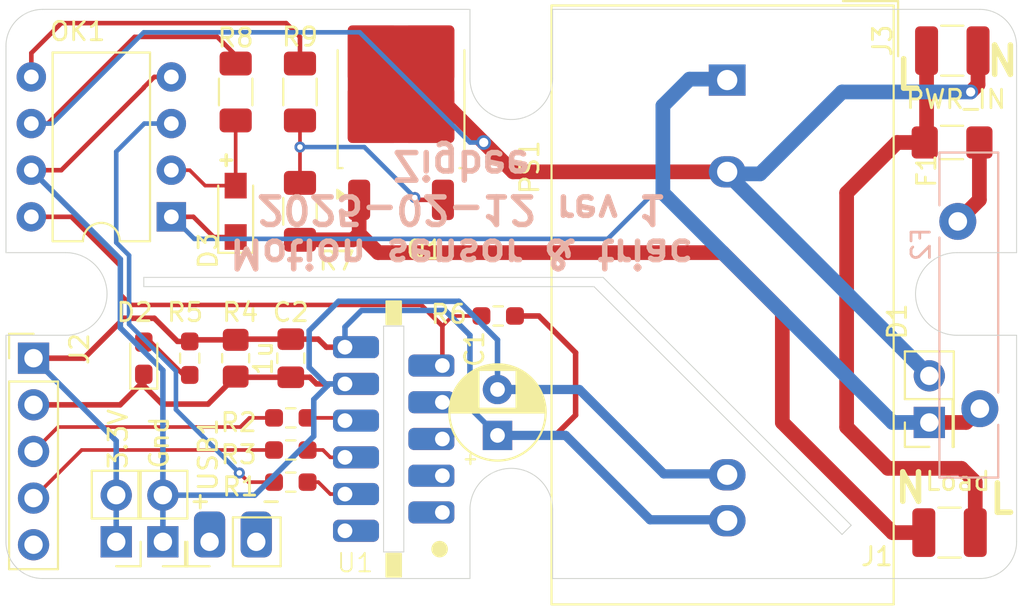
<source format=kicad_pcb>
(kicad_pcb (version 20240108) (generator "pcbnew") (generator_version "8.0")
  (layers (0 "F.Cu" signal) (31 "B.Cu" signal) (34 "B.Paste" user) (35 "F.Paste" user) (36 "B.SilkS" user "B.Silkscreen") (37 "F.SilkS" user "F.Silkscreen") (38 "B.Mask" user) (39 "F.Mask" user) (44 "Edge.Cuts" user))
  (net 0 "")
  (net 1 "/AC{slash}L")
  (net 2 "GND")
  (net 3 "+3.3V")
  (net 4 "/SENS_RX")
  (net 5 "/SENS_TX")
  (net 6 "/IO22")
  (net 7 "/TRIAC_ONOFF")
  (net 8 "/ZERO_XING")
  (net 9 "Net-(OK1-Pad5)")
  (net 10 "/AC{slash}N")
  (net 11 "/A1")
  (net 12 "Net-(D3-A)")
  (net 13 "Net-(OK1-Pad3)")
  (net 14 "/ACL_FUSED")
  (net 15 "/AC{slash}L_fuse")
  (net 16 "Net-(D2-A)")
  (net 18 "Net-(J2-Pin_4)")
  (net 19 "Net-(J2-Pin_3)")
  (net 20 "Net-(Q1-G)")
  (footprint "Capacitor_THT:CP_Radial_D5.0mm_P2.50mm" (layer "F.Cu") (at 76.75 63.205113 90)
    (property "Reference" "C1" (at 4.705113 -1.25 90) (layer "F.SilkS"))
    (property "Value" "10u")
    (pad "1" thru_hole rect (at 0 0 90) (size 1.6 1.6) (drill 0.8) (layers "*.Cu" "*.Mask" "In1.Cu" "In2.Cu" "In3.Cu" "In4.Cu" "In5.Cu" "In6.Cu" "In7.Cu" "In8.Cu" "In9.Cu" "In10.Cu" "In11.Cu" "In12.Cu" "In13.Cu" "In14.Cu" "In15.Cu" "In16.Cu" "In17.Cu" "In18.Cu" "In19.Cu" "In20.Cu" "In21.Cu" "In22.Cu" "In23.Cu" "In24.Cu" "In25.Cu" "In26.Cu" "In27.Cu" "In28.Cu" "In29.Cu" "In30.Cu") (net 3 "+3.3V"))
    (pad "2" thru_hole circle (at 2.5 0 90) (size 1.6 1.6) (drill 0.8) (layers "*.Cu" "*.Mask" "In1.Cu" "In2.Cu" "In3.Cu" "In4.Cu" "In5.Cu" "In6.Cu" "In7.Cu" "In8.Cu" "In9.Cu" "In10.Cu" "In11.Cu" "In12.Cu" "In13.Cu" "In14.Cu" "In15.Cu" "In16.Cu" "In17.Cu" "In18.Cu" "In19.Cu" "In20.Cu" "In21.Cu" "In22.Cu" "In23.Cu" "In24.Cu" "In25.Cu" "In26.Cu" "In27.Cu" "In28.Cu" "In29.Cu" "In30.Cu") (net 2 "GND"))
  )
  (footprint "Resistor_SMD:R_0805_2012Metric_Pad1.20x1.40mm_HandSolder" (layer "F.Cu") (at 62.5 59 -90)
    (property "Reference" "R4" (at -2.5 -0.25 180) (layer "F.SilkS"))
    (property "Value" "50")
    (pad "1" smd roundrect (at -1 0 270) (size 1.2 1.4) (layers "F.Cu" "F.Paste" "F.Mask") (roundrect_rratio 0.208333) (net 3 "+3.3V"))
    (pad "2" smd roundrect (at 1 0 270) (size 1.2 1.4) (layers "F.Cu" "F.Paste" "F.Mask") (roundrect_rratio 0.208333) (net 2 "GND"))
  )
  (footprint "Connector_PinHeader_2.54mm:PinHeader_1x05_P2.54mm_Vertical" (layer "F.Cu") (at 51.5 59)
    (property "Reference" "J2" (at 2.5 -0.5 90) (layer "F.SilkS"))
    (property "Value" "Motion Sensor")
    (pad "1" thru_hole rect (at 0 0) (size 1.7 1.7) (drill 1) (layers "*.Cu" "*.Mask" "In1.Cu" "In2.Cu" "In3.Cu" "In4.Cu" "In5.Cu" "In6.Cu" "In7.Cu" "In8.Cu" "In9.Cu" "In10.Cu" "In11.Cu" "In12.Cu" "In13.Cu" "In14.Cu" "In15.Cu" "In16.Cu" "In17.Cu" "In18.Cu" "In19.Cu" "In20.Cu" "In21.Cu" "In22.Cu" "In23.Cu" "In24.Cu" "In25.Cu" "In26.Cu" "In27.Cu" "In28.Cu" "In29.Cu" "In30.Cu") (net 3 "+3.3V"))
    (pad "2" thru_hole oval (at 0 2.54) (size 1.7 1.7) (drill 1) (layers "*.Cu" "*.Mask" "In1.Cu" "In2.Cu" "In3.Cu" "In4.Cu" "In5.Cu" "In6.Cu" "In7.Cu" "In8.Cu" "In9.Cu" "In10.Cu" "In11.Cu" "In12.Cu" "In13.Cu" "In14.Cu" "In15.Cu" "In16.Cu" "In17.Cu" "In18.Cu" "In19.Cu" "In20.Cu" "In21.Cu" "In22.Cu" "In23.Cu" "In24.Cu" "In25.Cu" "In26.Cu" "In27.Cu" "In28.Cu" "In29.Cu" "In30.Cu") (net 2 "GND"))
    (pad "3" thru_hole oval (at 0 5.08) (size 1.7 1.7) (drill 1) (layers "*.Cu" "*.Mask" "In1.Cu" "In2.Cu" "In3.Cu" "In4.Cu" "In5.Cu" "In6.Cu" "In7.Cu" "In8.Cu" "In9.Cu" "In10.Cu" "In11.Cu" "In12.Cu" "In13.Cu" "In14.Cu" "In15.Cu" "In16.Cu" "In17.Cu" "In18.Cu" "In19.Cu" "In20.Cu" "In21.Cu" "In22.Cu" "In23.Cu" "In24.Cu" "In25.Cu" "In26.Cu" "In27.Cu" "In28.Cu" "In29.Cu" "In30.Cu") (net 19 "Net-(J2-Pin_3)"))
    (pad "4" thru_hole oval (at 0 7.62) (size 1.7 1.7) (drill 1) (layers "*.Cu" "*.Mask" "In1.Cu" "In2.Cu" "In3.Cu" "In4.Cu" "In5.Cu" "In6.Cu" "In7.Cu" "In8.Cu" "In9.Cu" "In10.Cu" "In11.Cu" "In12.Cu" "In13.Cu" "In14.Cu" "In15.Cu" "In16.Cu" "In17.Cu" "In18.Cu" "In19.Cu" "In20.Cu" "In21.Cu" "In22.Cu" "In23.Cu" "In24.Cu" "In25.Cu" "In26.Cu" "In27.Cu" "In28.Cu" "In29.Cu" "In30.Cu") (net 18 "Net-(J2-Pin_4)"))
    (pad "5" thru_hole oval (at 0 10.16) (size 1.7 1.7) (drill 1) (layers "*.Cu" "*.Mask" "In1.Cu" "In2.Cu" "In3.Cu" "In4.Cu" "In5.Cu" "In6.Cu" "In7.Cu" "In8.Cu" "In9.Cu" "In10.Cu" "In11.Cu" "In12.Cu" "In13.Cu" "In14.Cu" "In15.Cu" "In16.Cu" "In17.Cu" "In18.Cu" "In19.Cu" "In20.Cu" "In21.Cu" "In22.Cu" "In23.Cu" "In24.Cu" "In25.Cu" "In26.Cu" "In27.Cu" "In28.Cu" "In29.Cu" "In30.Cu"))
  )
  (footprint "Resistor_SMD:R_0603_1608Metric_Pad0.98x0.95mm_HandSolder" (layer "F.Cu") (at 76.7875 56.7)
    (property "Reference" "R6" (at -2.6875 -0.1 0) (layer "F.SilkS"))
    (property "Value" "3.3K")
    (pad "1" smd roundrect (at -0.9125 0) (size 0.975 0.95) (layers "F.Cu" "F.Paste" "F.Mask") (net 8 "/ZERO_XING"))
    (pad "2" smd roundrect (at 0.9125 0) (size 0.975 0.95) (layers "F.Cu" "F.Paste" "F.Mask") (net 3 "+3.3V"))
  )
  (footprint "Converter_ACDC:Converter_ACDC_Hi-Link_HLK-2Mxx" (layer "F.Cu") (at 89.25 43.85 -90)
    (property "Reference" "PS1" (at 4.75 10.75 90) (layer "F.SilkS"))
    (property "Value" "HLK-2M03")
    (pad "1" thru_hole rect (at 0 0 270) (size 1.7 2) (drill 1.1) (layers "*.Cu" "*.Mask" "In1.Cu" "In2.Cu" "In3.Cu" "In4.Cu" "In5.Cu" "In6.Cu" "In7.Cu" "In8.Cu" "In9.Cu" "In10.Cu" "In11.Cu" "In12.Cu" "In13.Cu" "In14.Cu" "In15.Cu" "In16.Cu" "In17.Cu" "In18.Cu" "In19.Cu" "In20.Cu" "In21.Cu" "In22.Cu" "In23.Cu" "In24.Cu" "In25.Cu" "In26.Cu" "In27.Cu" "In28.Cu" "In29.Cu" "In30.Cu") (net 14 "/ACL_FUSED"))
    (pad "2" thru_hole oval (at 5 0 270) (size 1.7 2) (drill 1.1) (layers "*.Cu" "*.Mask" "In1.Cu" "In2.Cu" "In3.Cu" "In4.Cu" "In5.Cu" "In6.Cu" "In7.Cu" "In8.Cu" "In9.Cu" "In10.Cu" "In11.Cu" "In12.Cu" "In13.Cu" "In14.Cu" "In15.Cu" "In16.Cu" "In17.Cu" "In18.Cu" "In19.Cu" "In20.Cu" "In21.Cu" "In22.Cu" "In23.Cu" "In24.Cu" "In25.Cu" "In26.Cu" "In27.Cu" "In28.Cu" "In29.Cu" "In30.Cu") (net 10 "/AC{slash}N"))
    (pad "3" thru_hole oval (at 21.5 0 270) (size 1.7 2) (drill 1.1) (layers "*.Cu" "*.Mask" "In1.Cu" "In2.Cu" "In3.Cu" "In4.Cu" "In5.Cu" "In6.Cu" "In7.Cu" "In8.Cu" "In9.Cu" "In10.Cu" "In11.Cu" "In12.Cu" "In13.Cu" "In14.Cu" "In15.Cu" "In16.Cu" "In17.Cu" "In18.Cu" "In19.Cu" "In20.Cu" "In21.Cu" "In22.Cu" "In23.Cu" "In24.Cu" "In25.Cu" "In26.Cu" "In27.Cu" "In28.Cu" "In29.Cu" "In30.Cu") (net 2 "GND"))
    (pad "4" thru_hole oval (at 24 0 270) (size 1.7 2) (drill 1.1) (layers "*.Cu" "*.Mask" "In1.Cu" "In2.Cu" "In3.Cu" "In4.Cu" "In5.Cu" "In6.Cu" "In7.Cu" "In8.Cu" "In9.Cu" "In10.Cu" "In11.Cu" "In12.Cu" "In13.Cu" "In14.Cu" "In15.Cu" "In16.Cu" "In17.Cu" "In18.Cu" "In19.Cu" "In20.Cu" "In21.Cu" "In22.Cu" "In23.Cu" "In24.Cu" "In25.Cu" "In26.Cu" "In27.Cu" "In28.Cu" "In29.Cu" "In30.Cu") (net 3 "+3.3V"))
  )
  (footprint "Package_DIP:DIP-8_W7.62mm" (layer "F.Cu") (at 59 51.3 180)
    (property "Reference" "OK1" (at 5.1 10.1 0) (layer "F.SilkS"))
    (property "Value" "LAA110")
    (pad "1" thru_hole rect (at 0 0 180) (size 1.6 1.6) (drill 0.8) (layers "*.Cu" "*.Mask" "In1.Cu" "In2.Cu" "In3.Cu" "In4.Cu" "In5.Cu" "In6.Cu" "In7.Cu" "In8.Cu" "In9.Cu" "In10.Cu" "In11.Cu" "In12.Cu" "In13.Cu" "In14.Cu" "In15.Cu" "In16.Cu" "In17.Cu" "In18.Cu" "In19.Cu" "In20.Cu" "In21.Cu" "In22.Cu" "In23.Cu" "In24.Cu" "In25.Cu" "In26.Cu" "In27.Cu" "In28.Cu" "In29.Cu" "In30.Cu") (net 14 "/ACL_FUSED"))
    (pad "2" thru_hole oval (at 0 2.54 180) (size 1.6 1.6) (drill 0.8) (layers "*.Cu" "*.Mask" "In1.Cu" "In2.Cu" "In3.Cu" "In4.Cu" "In5.Cu" "In6.Cu" "In7.Cu" "In8.Cu" "In9.Cu" "In10.Cu" "In11.Cu" "In12.Cu" "In13.Cu" "In14.Cu" "In15.Cu" "In16.Cu" "In17.Cu" "In18.Cu" "In19.Cu" "In20.Cu" "In21.Cu" "In22.Cu" "In23.Cu" "In24.Cu" "In25.Cu" "In26.Cu" "In27.Cu" "In28.Cu" "In29.Cu" "In30.Cu") (net 12 "Net-(D3-A)"))
    (pad "3" thru_hole oval (at 0 5.08 180) (size 1.6 1.6) (drill 0.8) (layers "*.Cu" "*.Mask" "In1.Cu" "In2.Cu" "In3.Cu" "In4.Cu" "In5.Cu" "In6.Cu" "In7.Cu" "In8.Cu" "In9.Cu" "In10.Cu" "In11.Cu" "In12.Cu" "In13.Cu" "In14.Cu" "In15.Cu" "In16.Cu" "In17.Cu" "In18.Cu" "In19.Cu" "In20.Cu" "In21.Cu" "In22.Cu" "In23.Cu" "In24.Cu" "In25.Cu" "In26.Cu" "In27.Cu" "In28.Cu" "In29.Cu" "In30.Cu") (net 13 "Net-(OK1-Pad3)"))
    (pad "4" thru_hole oval (at 0 7.62 180) (size 1.6 1.6) (drill 0.8) (layers "*.Cu" "*.Mask" "In1.Cu" "In2.Cu" "In3.Cu" "In4.Cu" "In5.Cu" "In6.Cu" "In7.Cu" "In8.Cu" "In9.Cu" "In10.Cu" "In11.Cu" "In12.Cu" "In13.Cu" "In14.Cu" "In15.Cu" "In16.Cu" "In17.Cu" "In18.Cu" "In19.Cu" "In20.Cu" "In21.Cu" "In22.Cu" "In23.Cu" "In24.Cu" "In25.Cu" "In26.Cu" "In27.Cu" "In28.Cu" "In29.Cu" "In30.Cu") (net 2 "GND"))
    (pad "5" thru_hole oval (at 7.62 7.62 180) (size 1.6 1.6) (drill 0.8) (layers "*.Cu" "*.Mask" "In1.Cu" "In2.Cu" "In3.Cu" "In4.Cu" "In5.Cu" "In6.Cu" "In7.Cu" "In8.Cu" "In9.Cu" "In10.Cu" "In11.Cu" "In12.Cu" "In13.Cu" "In14.Cu" "In15.Cu" "In16.Cu" "In17.Cu" "In18.Cu" "In19.Cu" "In20.Cu" "In21.Cu" "In22.Cu" "In23.Cu" "In24.Cu" "In25.Cu" "In26.Cu" "In27.Cu" "In28.Cu" "In29.Cu" "In30.Cu") (net 9 "Net-(OK1-Pad5)"))
    (pad "6" thru_hole oval (at 7.62 5.08 180) (size 1.6 1.6) (drill 0.8) (layers "*.Cu" "*.Mask" "In1.Cu" "In2.Cu" "In3.Cu" "In4.Cu" "In5.Cu" "In6.Cu" "In7.Cu" "In8.Cu" "In9.Cu" "In10.Cu" "In11.Cu" "In12.Cu" "In13.Cu" "In14.Cu" "In15.Cu" "In16.Cu" "In17.Cu" "In18.Cu" "In19.Cu" "In20.Cu" "In21.Cu" "In22.Cu" "In23.Cu" "In24.Cu" "In25.Cu" "In26.Cu" "In27.Cu" "In28.Cu" "In29.Cu" "In30.Cu") (net 10 "/AC{slash}N"))
    (pad "7" thru_hole oval (at 7.62 2.54 180) (size 1.6 1.6) (drill 0.8) (layers "*.Cu" "*.Mask" "In1.Cu" "In2.Cu" "In3.Cu" "In4.Cu" "In5.Cu" "In6.Cu" "In7.Cu" "In8.Cu" "In9.Cu" "In10.Cu" "In11.Cu" "In12.Cu" "In13.Cu" "In14.Cu" "In15.Cu" "In16.Cu" "In17.Cu" "In18.Cu" "In19.Cu" "In20.Cu" "In21.Cu" "In22.Cu" "In23.Cu" "In24.Cu" "In25.Cu" "In26.Cu" "In27.Cu" "In28.Cu" "In29.Cu" "In30.Cu") (net 2 "GND"))
    (pad "8" thru_hole oval (at 7.62 0 180) (size 1.6 1.6) (drill 0.8) (layers "*.Cu" "*.Mask" "In1.Cu" "In2.Cu" "In3.Cu" "In4.Cu" "In5.Cu" "In6.Cu" "In7.Cu" "In8.Cu" "In9.Cu" "In10.Cu" "In11.Cu" "In12.Cu" "In13.Cu" "In14.Cu" "In15.Cu" "In16.Cu" "In17.Cu" "In18.Cu" "In19.Cu" "In20.Cu" "In21.Cu" "In22.Cu" "In23.Cu" "In24.Cu" "In25.Cu" "In26.Cu" "In27.Cu" "In28.Cu" "In29.Cu" "In30.Cu") (net 8 "/ZERO_XING"))
  )
  (footprint "Fuse:Fuse_1206_3216Metric_Pad1.42x1.75mm_HandSolder" (layer "F.Cu") (at 101.4875 47.25)
    (property "Reference" "F1" (at -1.3875 1.55 90) (layer "F.SilkS"))
    (property "Value" "Fuse")
    (pad "1" smd roundrect (at -1.4875 0) (size 1.425 1.75) (layers "F.Cu" "F.Paste" "F.Mask") (roundrect_rratio 0.175439) (net 1 "/AC{slash}L"))
    (pad "2" smd roundrect (at 1.4875 0) (size 1.425 1.75) (layers "F.Cu" "F.Paste" "F.Mask") (roundrect_rratio 0.175439) (net 15 "/AC{slash}L_fuse"))
  )
  (footprint "my_rfmodule:ESP32-H2-WROOM-03" (layer "F.Cu") (at 71.1 63.4 90)
    (property "Reference" "U1" (at -6.75 -2.1 0) (layer "F.SilkS") (effects (font (thickness 0.1))))
    (property "Value" "~")
    (fp_line (start 6.15 -0.55) (end 6.15 0.55) (stroke (width 0.05)) (layer "Edge.Cuts"))
    (fp_line (start -6.15 -0.55) (end 6.15 -0.55) (stroke (width 0.05)) (layer "Edge.Cuts"))
    (fp_line (start 6.15 0.55) (end -6.15 0.55) (stroke (width 0.05)) (layer "Edge.Cuts"))
    (fp_line (start -6.15 0.55) (end -6.15 -0.55) (stroke (width 0.05)) (layer "Edge.Cuts"))
    (pad "1" thru_hole roundrect (at -4 2.65 90) (size 1.2 2.5) (drill 0.8 (offset 0 -0.6)) (layers "*.Cu" "*.Mask" "In1.Cu" "In2.Cu" "In3.Cu" "In4.Cu" "In5.Cu" "In6.Cu" "In7.Cu" "In8.Cu" "In9.Cu" "In10.Cu" "In11.Cu" "In12.Cu" "In13.Cu" "In14.Cu" "In15.Cu" "In16.Cu" "In17.Cu" "In18.Cu" "In19.Cu" "In20.Cu" "In21.Cu" "In22.Cu" "In23.Cu" "In24.Cu" "In25.Cu" "In26.Cu" "In27.Cu" "In28.Cu" "In29.Cu" "In30.Cu"))
    (pad "2" thru_hole roundrect (at -2 2.65 90) (size 1.2 2.5) (drill 0.8 (offset 0 -0.6)) (layers "*.Cu" "*.Mask" "In1.Cu" "In2.Cu" "In3.Cu" "In4.Cu" "In5.Cu" "In6.Cu" "In7.Cu" "In8.Cu" "In9.Cu" "In10.Cu" "In11.Cu" "In12.Cu" "In13.Cu" "In14.Cu" "In15.Cu" "In16.Cu" "In17.Cu" "In18.Cu" "In19.Cu" "In20.Cu" "In21.Cu" "In22.Cu" "In23.Cu" "In24.Cu" "In25.Cu" "In26.Cu" "In27.Cu" "In28.Cu" "In29.Cu" "In30.Cu"))
    (pad "3" thru_hole roundrect (at 0 2.65 90) (size 1.2 2.5) (drill 0.8 (offset 0 -0.6)) (layers "*.Cu" "*.Mask" "In1.Cu" "In2.Cu" "In3.Cu" "In4.Cu" "In5.Cu" "In6.Cu" "In7.Cu" "In8.Cu" "In9.Cu" "In10.Cu" "In11.Cu" "In12.Cu" "In13.Cu" "In14.Cu" "In15.Cu" "In16.Cu" "In17.Cu" "In18.Cu" "In19.Cu" "In20.Cu" "In21.Cu" "In22.Cu" "In23.Cu" "In24.Cu" "In25.Cu" "In26.Cu" "In27.Cu" "In28.Cu" "In29.Cu" "In30.Cu") (net 6 "/IO22"))
    (pad "4" thru_hole roundrect (at 2 2.65 90) (size 1.2 2.5) (drill 0.8 (offset 0 -0.6)) (layers "*.Cu" "*.Mask" "In1.Cu" "In2.Cu" "In3.Cu" "In4.Cu" "In5.Cu" "In6.Cu" "In7.Cu" "In8.Cu" "In9.Cu" "In10.Cu" "In11.Cu" "In12.Cu" "In13.Cu" "In14.Cu" "In15.Cu" "In16.Cu" "In17.Cu" "In18.Cu" "In19.Cu" "In20.Cu" "In21.Cu" "In22.Cu" "In23.Cu" "In24.Cu" "In25.Cu" "In26.Cu" "In27.Cu" "In28.Cu" "In29.Cu" "In30.Cu"))
    (pad "5" thru_hole roundrect (at 4 2.65 90) (size 1.2 2.5) (drill 0.8 (offset 0 -0.6)) (layers "*.Cu" "*.Mask" "In1.Cu" "In2.Cu" "In3.Cu" "In4.Cu" "In5.Cu" "In6.Cu" "In7.Cu" "In8.Cu" "In9.Cu" "In10.Cu" "In11.Cu" "In12.Cu" "In13.Cu" "In14.Cu" "In15.Cu" "In16.Cu" "In17.Cu" "In18.Cu" "In19.Cu" "In20.Cu" "In21.Cu" "In22.Cu" "In23.Cu" "In24.Cu" "In25.Cu" "In26.Cu" "In27.Cu" "In28.Cu" "In29.Cu" "In30.Cu") (net 8 "/ZERO_XING"))
    (pad "6" thru_hole roundrect (at 5 -2.65 270) (size 1.2 2.5) (drill 0.8 (offset 0 -0.6)) (layers "*.Cu" "*.Mask" "In1.Cu" "In2.Cu" "In3.Cu" "In4.Cu" "In5.Cu" "In6.Cu" "In7.Cu" "In8.Cu" "In9.Cu" "In10.Cu" "In11.Cu" "In12.Cu" "In13.Cu" "In14.Cu" "In15.Cu" "In16.Cu" "In17.Cu" "In18.Cu" "In19.Cu" "In20.Cu" "In21.Cu" "In22.Cu" "In23.Cu" "In24.Cu" "In25.Cu" "In26.Cu" "In27.Cu" "In28.Cu" "In29.Cu" "In30.Cu") (net 3 "+3.3V"))
    (pad "7" thru_hole roundrect (at 3 -2.65 270) (size 1.2 2.5) (drill 0.8 (offset 0 -0.6)) (layers "*.Cu" "*.Mask" "In1.Cu" "In2.Cu" "In3.Cu" "In4.Cu" "In5.Cu" "In6.Cu" "In7.Cu" "In8.Cu" "In9.Cu" "In10.Cu" "In11.Cu" "In12.Cu" "In13.Cu" "In14.Cu" "In15.Cu" "In16.Cu" "In17.Cu" "In18.Cu" "In19.Cu" "In20.Cu" "In21.Cu" "In22.Cu" "In23.Cu" "In24.Cu" "In25.Cu" "In26.Cu" "In27.Cu" "In28.Cu" "In29.Cu" "In30.Cu") (net 2 "GND"))
    (pad "8" thru_hole roundrect (at 1 -2.65 270) (size 1.2 2.5) (drill 0.8 (offset 0 -0.6)) (layers "*.Cu" "*.Mask" "In1.Cu" "In2.Cu" "In3.Cu" "In4.Cu" "In5.Cu" "In6.Cu" "In7.Cu" "In8.Cu" "In9.Cu" "In10.Cu" "In11.Cu" "In12.Cu" "In13.Cu" "In14.Cu" "In15.Cu" "In16.Cu" "In17.Cu" "In18.Cu" "In19.Cu" "In20.Cu" "In21.Cu" "In22.Cu" "In23.Cu" "In24.Cu" "In25.Cu" "In26.Cu" "In27.Cu" "In28.Cu" "In29.Cu" "In30.Cu") (net 5 "/SENS_TX"))
    (pad "9" thru_hole roundrect (at -1 -2.65 270) (size 1.2 2.5) (drill 0.8 (offset 0 -0.6)) (layers "*.Cu" "*.Mask" "In1.Cu" "In2.Cu" "In3.Cu" "In4.Cu" "In5.Cu" "In6.Cu" "In7.Cu" "In8.Cu" "In9.Cu" "In10.Cu" "In11.Cu" "In12.Cu" "In13.Cu" "In14.Cu" "In15.Cu" "In16.Cu" "In17.Cu" "In18.Cu" "In19.Cu" "In20.Cu" "In21.Cu" "In22.Cu" "In23.Cu" "In24.Cu" "In25.Cu" "In26.Cu" "In27.Cu" "In28.Cu" "In29.Cu" "In30.Cu") (net 4 "/SENS_RX"))
    (pad "10" thru_hole roundrect (at -3 -2.65 270) (size 1.2 2.5) (drill 0.8 (offset 0 -0.6)) (layers "*.Cu" "*.Mask" "In1.Cu" "In2.Cu" "In3.Cu" "In4.Cu" "In5.Cu" "In6.Cu" "In7.Cu" "In8.Cu" "In9.Cu" "In10.Cu" "In11.Cu" "In12.Cu" "In13.Cu" "In14.Cu" "In15.Cu" "In16.Cu" "In17.Cu" "In18.Cu" "In19.Cu" "In20.Cu" "In21.Cu" "In22.Cu" "In23.Cu" "In24.Cu" "In25.Cu" "In26.Cu" "In27.Cu" "In28.Cu" "In29.Cu" "In30.Cu") (net 7 "/TRIAC_ONOFF"))
    (pad "11" thru_hole roundrect (at -5 -2.65 270) (size 1.2 2.5) (drill 0.8 (offset 0 -0.6)) (layers "*.Cu" "*.Mask" "In1.Cu" "In2.Cu" "In3.Cu" "In4.Cu" "In5.Cu" "In6.Cu" "In7.Cu" "In8.Cu" "In9.Cu" "In10.Cu" "In11.Cu" "In12.Cu" "In13.Cu" "In14.Cu" "In15.Cu" "In16.Cu" "In17.Cu" "In18.Cu" "In19.Cu" "In20.Cu" "In21.Cu" "In22.Cu" "In23.Cu" "In24.Cu" "In25.Cu" "In26.Cu" "In27.Cu" "In28.Cu" "In29.Cu" "In30.Cu"))
  )
  (footprint "Resistor_SMD:R_1206_3216Metric_Pad1.30x1.75mm_HandSolder" (layer "F.Cu") (at 66 51 -90)
    (property "Reference" "R7" (at 2.7 -2 180) (layer "F.SilkS"))
    (property "Value" "5K")
    (pad "1" smd roundrect (at -1.55 0 270) (size 1.3 1.75) (layers "F.Cu" "F.Paste" "F.Mask") (roundrect_rratio 0.192308) (net 20 "Net-(Q1-G)"))
    (pad "2" smd roundrect (at 1.55 0 270) (size 1.3 1.75) (layers "F.Cu" "F.Paste" "F.Mask") (roundrect_rratio 0.192308) (net 11 "/A1"))
  )
  (footprint "Capacitor_SMD:C_0805_2012Metric_Pad1.18x1.45mm_HandSolder" (layer "F.Cu") (at 65.5 59 -90)
    (property "Reference" "C2" (at -2.5 0 180) (layer "F.SilkS"))
    (property "Value" "1u" (at 0 1.5 90) (layer "F.SilkS"))
    (pad "1" smd roundrect (at -1.0375 0 270) (size 1.175 1.45) (layers "F.Cu" "F.Paste" "F.Mask") (roundrect_rratio 0.212766) (net 3 "+3.3V"))
    (pad "2" smd roundrect (at 1.0375 0 270) (size 1.175 1.45) (layers "F.Cu" "F.Paste" "F.Mask") (roundrect_rratio 0.212766) (net 2 "GND"))
  )
  (footprint "LED_SMD:LED_0603_1608Metric_Pad1.05x0.95mm_HandSolder" (layer "F.Cu") (at 57.5 59 90)
    (property "Reference" "D2" (at 2.5 -0.5 180) (layer "F.SilkS"))
    (property "Value" "PwrOn")
    (pad "1" smd roundrect (at -0.875 0 90) (size 1.05 0.95) (layers "F.Cu" "F.Paste" "F.Mask") (net 2 "GND"))
    (pad "2" smd roundrect (at 0.875 0 90) (size 1.05 0.95) (layers "F.Cu" "F.Paste" "F.Mask") (net 16 "Net-(D2-A)"))
  )
  (footprint "Resistor_SMD:R_0603_1608Metric_Pad0.98x0.95mm_HandSolder" (layer "F.Cu") (at 65.5 62.25)
    (property "Reference" "R2" (at -2.8375 0.25 0) (layer "F.SilkS"))
    (property "Value" "220")
    (pad "1" smd roundrect (at -0.9125 0) (size 0.975 0.95) (layers "F.Cu" "F.Paste" "F.Mask") (net 19 "Net-(J2-Pin_3)"))
    (pad "2" smd roundrect (at 0.9125 0) (size 0.975 0.95) (layers "F.Cu" "F.Paste" "F.Mask") (net 5 "/SENS_TX"))
  )
  (footprint "Connector_PinHeader_2.54mm:PinHeader_2x01_P2.54mm_Vertical" (layer "F.Cu") (at 100.25 62.5 90)
    (property "Reference" "D1" (at 5.5 -1.75 90) (layer "F.SilkS"))
    (property "Value" "1N630xCA")
    (pad "1" thru_hole rect (at 0 0 90) (size 1.7 1.7) (drill 1) (layers "*.Cu" "*.Mask" "In1.Cu" "In2.Cu" "In3.Cu" "In4.Cu" "In5.Cu" "In6.Cu" "In7.Cu" "In8.Cu" "In9.Cu" "In10.Cu" "In11.Cu" "In12.Cu" "In13.Cu" "In14.Cu" "In15.Cu" "In16.Cu" "In17.Cu" "In18.Cu" "In19.Cu" "In20.Cu" "In21.Cu" "In22.Cu" "In23.Cu" "In24.Cu" "In25.Cu" "In26.Cu" "In27.Cu" "In28.Cu" "In29.Cu" "In30.Cu") (net 14 "/ACL_FUSED"))
    (pad "2" thru_hole oval (at 2.54 0 90) (size 1.7 1.7) (drill 1) (layers "*.Cu" "*.Mask" "In1.Cu" "In2.Cu" "In3.Cu" "In4.Cu" "In5.Cu" "In6.Cu" "In7.Cu" "In8.Cu" "In9.Cu" "In10.Cu" "In11.Cu" "In12.Cu" "In13.Cu" "In14.Cu" "In15.Cu" "In16.Cu" "In17.Cu" "In18.Cu" "In19.Cu" "In20.Cu" "In21.Cu" "In22.Cu" "In23.Cu" "In24.Cu" "In25.Cu" "In26.Cu" "In27.Cu" "In28.Cu" "In29.Cu" "In30.Cu") (net 10 "/AC{slash}N"))
  )
  (footprint "Fuse:Fuse_1210_3225Metric" (layer "F.Cu") (at 101.35 68.5 180)
    (property "Reference" "J1" (at 3.95 -1.3 0) (layer "F.SilkS"))
    (property "Value" "Load" (at -0.45 2.8 0) (layer "F.SilkS"))
    (pad "1" smd roundrect (at -1.4 0 180) (size 1.25 2.65) (layers "F.Cu" "F.Paste" "F.Mask") (roundrect_rratio 0.2) (net 1 "/AC{slash}L"))
    (pad "2" smd roundrect (at 1.4 0 180) (size 1.25 2.65) (layers "F.Cu" "F.Paste" "F.Mask") (roundrect_rratio 0.2) (net 11 "/A1"))
  )
  (footprint "Resistor_SMD:R_0603_1608Metric_Pad0.98x0.95mm_HandSolder" (layer "F.Cu") (at 65.5 64)
    (property "Reference" "R3" (at -2.8375 0.25 0) (layer "F.SilkS"))
    (property "Value" "220")
    (pad "1" smd roundrect (at -0.9125 0) (size 0.975 0.95) (layers "F.Cu" "F.Paste" "F.Mask") (net 18 "Net-(J2-Pin_4)"))
    (pad "2" smd roundrect (at 0.9125 0) (size 0.975 0.95) (layers "F.Cu" "F.Paste" "F.Mask") (net 4 "/SENS_RX"))
  )
  (footprint "Resistor_SMD:R_0603_1608Metric_Pad0.98x0.95mm_HandSolder" (layer "F.Cu") (at 65.5 65.75 180)
    (property "Reference" "R1" (at 2.75 -0.25 180) (layer "F.SilkS"))
    (property "Value" "220")
    (pad "1" smd roundrect (at -0.9125 0 180) (size 0.975 0.95) (layers "F.Cu" "F.Paste" "F.Mask") (net 7 "/TRIAC_ONOFF"))
    (pad "2" smd roundrect (at 0.9125 0 180) (size 0.975 0.95) (layers "F.Cu" "F.Paste" "F.Mask") (net 13 "Net-(OK1-Pad3)"))
  )
  (footprint "Fuse:Fuse_1210_3225Metric" (layer "F.Cu") (at 101.5 42.25 180)
    (property "Reference" "J3" (at 3.8 0.55 90) (layer "F.SilkS"))
    (property "Value" "PWR_IN" (at -0.2 -2.65 0) (layer "F.SilkS"))
    (pad "1" smd roundrect (at -1.4 0 180) (size 1.25 2.65) (layers "F.Cu" "F.Paste" "F.Mask") (roundrect_rratio 0.2) (net 10 "/AC{slash}N"))
    (pad "2" smd roundrect (at 1.4 0 180) (size 1.25 2.65) (layers "F.Cu" "F.Paste" "F.Mask") (roundrect_rratio 0.2) (net 1 "/AC{slash}L"))
  )
  (footprint "Connector_PinHeader_2.54mm:PinHeader_1x02_P2.54mm_Vertical" (layer "F.Cu") (at 58.54 69 180)
    (property "Reference" "GND_1" (hide yes))
    (property "Value" "Gnd" (at 0.2 5.4 90) (layer "F.SilkS"))
    (pad "1" thru_hole rect (at 0 0 180) (size 1.7 1.7) (drill 1) (layers "*.Cu" "*.Mask" "In1.Cu" "In2.Cu" "In3.Cu" "In4.Cu" "In5.Cu" "In6.Cu" "In7.Cu" "In8.Cu" "In9.Cu" "In10.Cu" "In11.Cu" "In12.Cu" "In13.Cu" "In14.Cu" "In15.Cu" "In16.Cu" "In17.Cu" "In18.Cu" "In19.Cu" "In20.Cu" "In21.Cu" "In22.Cu" "In23.Cu" "In24.Cu" "In25.Cu" "In26.Cu" "In27.Cu" "In28.Cu" "In29.Cu" "In30.Cu") (net 2 "GND"))
    (pad "2" thru_hole oval (at 0 2.54 180) (size 1.7 1.7) (drill 1) (layers "*.Cu" "*.Mask" "In1.Cu" "In2.Cu" "In3.Cu" "In4.Cu" "In5.Cu" "In6.Cu" "In7.Cu" "In8.Cu" "In9.Cu" "In10.Cu" "In11.Cu" "In12.Cu" "In13.Cu" "In14.Cu" "In15.Cu" "In16.Cu" "In17.Cu" "In18.Cu" "In19.Cu" "In20.Cu" "In21.Cu" "In22.Cu" "In23.Cu" "In24.Cu" "In25.Cu" "In26.Cu" "In27.Cu" "In28.Cu" "In29.Cu" "In30.Cu") (net 2 "GND"))
  )
  (footprint "Resistor_SMD:R_1206_3216Metric_Pad1.30x1.75mm_HandSolder" (layer "F.Cu") (at 62.5 44.5 -90)
    (property "Reference" "R8" (at -2.95 0 0) (layer "F.SilkS"))
    (property "Value" "80K/0.25W")
    (pad "1" smd roundrect (at -1.55 0 270) (size 1.3 1.75) (layers "F.Cu" "F.Paste" "F.Mask") (roundrect_rratio 0.192308) (net 10 "/AC{slash}N"))
    (pad "2" smd roundrect (at 1.55 0 270) (size 1.3 1.75) (layers "F.Cu" "F.Paste" "F.Mask") (roundrect_rratio 0.192308) (net 12 "Net-(D3-A)"))
  )
  (footprint "Connector_PinHeader_2.54mm:PinHeader_1x02_P2.54mm_Vertical" (layer "F.Cu") (at 56 69 180)
    (property "Reference" "3V3" (hide yes))
    (property "Value" "3.3V" (at -0.1 5.6 90) (layer "F.SilkS"))
    (pad "1" thru_hole rect (at 0 0 180) (size 1.7 1.7) (drill 1) (layers "*.Cu" "*.Mask" "In1.Cu" "In2.Cu" "In3.Cu" "In4.Cu" "In5.Cu" "In6.Cu" "In7.Cu" "In8.Cu" "In9.Cu" "In10.Cu" "In11.Cu" "In12.Cu" "In13.Cu" "In14.Cu" "In15.Cu" "In16.Cu" "In17.Cu" "In18.Cu" "In19.Cu" "In20.Cu" "In21.Cu" "In22.Cu" "In23.Cu" "In24.Cu" "In25.Cu" "In26.Cu" "In27.Cu" "In28.Cu" "In29.Cu" "In30.Cu") (net 3 "+3.3V"))
    (pad "2" thru_hole oval (at 0 2.54 180) (size 1.7 1.7) (drill 1) (layers "*.Cu" "*.Mask" "In1.Cu" "In2.Cu" "In3.Cu" "In4.Cu" "In5.Cu" "In6.Cu" "In7.Cu" "In8.Cu" "In9.Cu" "In10.Cu" "In11.Cu" "In12.Cu" "In13.Cu" "In14.Cu" "In15.Cu" "In16.Cu" "In17.Cu" "In18.Cu" "In19.Cu" "In20.Cu" "In21.Cu" "In22.Cu" "In23.Cu" "In24.Cu" "In25.Cu" "In26.Cu" "In27.Cu" "In28.Cu" "In29.Cu" "In30.Cu") (net 3 "+3.3V"))
  )
  (footprint "Package_TO_SOT_SMD:TO-252-2" (layer "F.Cu") (at 71.5 45.335 90)
    (property "Reference" "Q1" (at -7.765 1.3 0) (layer "F.SilkS"))
    (property "Value" "T810-800B")
    (pad "1" smd roundrect (at -5.04 -2.28 90) (size 2.2 1.2) (layers "F.Cu" "F.Paste" "F.Mask") (roundrect_rratio 0.208333) (net 11 "/A1"))
    (pad "2" smd roundrect (at -0.415 -1.525 90) (size 3.05 2.75) (layers "F.Cu" "F.Paste") (roundrect_rratio 0.090909) (net 10 "/AC{slash}N"))
    (pad "2" smd roundrect (at -0.415 1.525 90) (size 3.05 2.75) (layers "F.Cu" "F.Paste") (roundrect_rratio 0.090909) (net 10 "/AC{slash}N"))
    (pad "2" smd roundrect (at 1.26 0 90) (size 6.4 5.8) (layers "F.Cu" "F.Mask") (roundrect_rratio 0.043103) (net 10 "/AC{slash}N"))
    (pad "2" smd roundrect (at 2.935 -1.525 90) (size 3.05 2.75) (layers "F.Cu" "F.Paste") (roundrect_rratio 0.090909) (net 10 "/AC{slash}N"))
    (pad "2" smd roundrect (at 2.935 1.525 90) (size 3.05 2.75) (layers "F.Cu" "F.Paste") (roundrect_rratio 0.090909) (net 10 "/AC{slash}N"))
    (pad "3" smd roundrect (at -5.04 2.28 90) (size 2.2 1.2) (layers "F.Cu" "F.Paste" "F.Mask") (roundrect_rratio 0.208333) (net 20 "Net-(Q1-G)"))
  )
  (footprint "Diode_SMD:Nexperia_CFP3_SOD-123W" (layer "F.Cu") (at 62.5 51 90)
    (property "Reference" "D3" (at -2.15 -1.5 90) (layer "F.SilkS"))
    (property "Value" "US1M")
    (pad "1" smd rect (at -1.4 0 90) (size 1.4 1.2) (layers "F.Cu" "F.Paste" "F.Mask") (net 14 "/ACL_FUSED"))
    (pad "2" smd rect (at 1.4 0 90) (size 1.4 1.2) (layers "F.Cu" "F.Paste" "F.Mask") (net 12 "Net-(D3-A)"))
  )
  (footprint "Resistor_SMD:R_0603_1608Metric_Pad0.98x0.95mm_HandSolder" (layer "F.Cu") (at 60 59 -90)
    (property "Reference" "R5" (at -2.5 0.25 0) (layer "F.SilkS"))
    (property "Value" "1K")
    (pad "1" smd roundrect (at -0.9125 0 270) (size 0.975 0.95) (layers "F.Cu" "F.Paste" "F.Mask") (net 3 "+3.3V"))
    (pad "2" smd roundrect (at 0.9125 0 270) (size 0.975 0.95) (layers "F.Cu" "F.Paste" "F.Mask") (net 16 "Net-(D2-A)"))
  )
  (footprint "Connector_PinHeader_2.54mm:PinHeader_1x02_P2.54mm_Vertical" (layer "F.Cu") (at 61.08 69 90)
    (property "Reference" "USB1" (at 4.75 -0.08 90) (layer "F.SilkS"))
    (property "Value" "+    -" (at 2.25 1.42 180) (layer "F.SilkS") (effects (font (size 0.9 0.9))))
    (pad "1" thru_hole roundrect (at 0 0 90) (size 2.5 1.7) (drill 1 (offset 0.4 0)) (layers "*.Cu" "*.Mask" "In1.Cu" "In2.Cu" "In3.Cu" "In4.Cu" "In5.Cu" "In6.Cu" "In7.Cu" "In8.Cu" "In9.Cu" "In10.Cu" "In11.Cu" "In12.Cu" "In13.Cu" "In14.Cu" "In15.Cu" "In16.Cu" "In17.Cu" "In18.Cu" "In19.Cu" "In20.Cu" "In21.Cu" "In22.Cu" "In23.Cu" "In24.Cu" "In25.Cu" "In26.Cu" "In27.Cu" "In28.Cu" "In29.Cu" "In30.Cu"))
    (pad "2" thru_hole roundrect (at 0 2.54 90) (size 2.5 1.7) (drill 1 (offset 0.4 0)) (layers "*.Cu" "*.Mask" "In1.Cu" "In2.Cu" "In3.Cu" "In4.Cu" "In5.Cu" "In6.Cu" "In7.Cu" "In8.Cu" "In9.Cu" "In10.Cu" "In11.Cu" "In12.Cu" "In13.Cu" "In14.Cu" "In15.Cu" "In16.Cu" "In17.Cu" "In18.Cu" "In19.Cu" "In20.Cu" "In21.Cu" "In22.Cu" "In23.Cu" "In24.Cu" "In25.Cu" "In26.Cu" "In27.Cu" "In28.Cu" "In29.Cu" "In30.Cu"))
  )
  (footprint "Resistor_SMD:R_1206_3216Metric_Pad1.30x1.75mm_HandSolder" (layer "F.Cu") (at 66 44.5 -90)
    (property "Reference" "R9" (at -3 0 180) (layer "F.SilkS"))
    (property "Value" "1K")
    (pad "1" smd roundrect (at -1.55 0 270) (size 1.3 1.75) (layers "F.Cu" "F.Paste" "F.Mask") (roundrect_rratio 0.192308) (net 9 "Net-(OK1-Pad5)"))
    (pad "2" smd roundrect (at 1.55 0 270) (size 1.3 1.75) (layers "F.Cu" "F.Paste" "F.Mask") (roundrect_rratio 0.192308) (net 20 "Net-(Q1-G)"))
  )
  (footprint "Fuse:Fuse_Bourns_MF-RHT1000" (layer "B.Cu") (at 101.8 51.55 -90)
    (property "Reference" "F2" (at 1.25 2 90) (layer "B.SilkS") (effects (justify mirror)))
    (property "Value" "Polyfuse")
    (pad "1" thru_hole circle (at 0 0 270) (size 2.01 2.01) (drill 1.01) (layers "*.Cu" "*.Mask" "In1.Cu" "In2.Cu" "In3.Cu" "In4.Cu" "In5.Cu" "In6.Cu" "In7.Cu" "In8.Cu" "In9.Cu" "In10.Cu" "In11.Cu" "In12.Cu" "In13.Cu" "In14.Cu" "In15.Cu" "In16.Cu" "In17.Cu" "In18.Cu" "In19.Cu" "In20.Cu" "In21.Cu" "In22.Cu" "In23.Cu" "In24.Cu" "In25.Cu" "In26.Cu" "In27.Cu" "In28.Cu" "In29.Cu" "In30.Cu") (net 15 "/AC{slash}L_fuse"))
    (pad "2" thru_hole circle (at 10.2 -1.2 270) (size 2.01 2.01) (drill 1.01) (layers "*.Cu" "*.Mask" "In1.Cu" "In2.Cu" "In3.Cu" "In4.Cu" "In5.Cu" "In6.Cu" "In7.Cu" "In8.Cu" "In9.Cu" "In10.Cu" "In11.Cu" "In12.Cu" "In13.Cu" "In14.Cu" "In15.Cu" "In16.Cu" "In17.Cu" "In18.Cu" "In19.Cu" "In20.Cu" "In21.Cu" "In22.Cu" "In23.Cu" "In24.Cu" "In25.Cu" "In26.Cu" "In27.Cu" "In28.Cu" "In29.Cu" "In30.Cu") (net 14 "/ACL_FUSED"))
  )
  (gr_line (start 105 57.75) (end 105 69) (stroke (width 0.05)) (layer "Edge.Cuts"))
  (gr_line (start 105 53.25) (end 101.75 53.25) (stroke (width 0.05)) (layer "Edge.Cuts"))
  (gr_arc (start 105 69) (mid 104.414214 70.414214) (end 103 71) (stroke (width 0.05)) (layer "Edge.Cuts"))
  (gr_line (start 105 42) (end 105 53.25) (stroke (width 0.05)) (layer "Edge.Cuts"))
  (gr_arc (start 50 42) (mid 50.585786 40.585786) (end 52 40) (stroke (width 0.05)) (layer "Edge.Cuts"))
  (gr_line (start 50 53.25) (end 50 42) (stroke (width 0.05)) (layer "Edge.Cuts"))
  (gr_line (start 75.25 40) (end 75.25 43.75) (stroke (width 0.05)) (layer "Edge.Cuts"))
  (gr_line (start 52 40) (end 75.25 40) (stroke (width 0.05)) (layer "Edge.Cuts"))
  (gr_line (start 82 55.1) (end 57.5 55.1) (stroke (width 0.05)) (layer "Edge.Cuts"))
  (gr_line (start 79.75 71) (end 79.75 67.25) (stroke (width 0.05)) (layer "Edge.Cuts"))
  (gr_line (start 50 57.75) (end 53.25 57.75) (stroke (width 0.05)) (layer "Edge.Cuts"))
  (gr_arc (start 52 71) (mid 50.585786 70.414214) (end 50 69) (stroke (width 0.05)) (layer "Edge.Cuts"))
  (gr_arc (start 53.25 53.25) (mid 55.5 55.5) (end 53.25 57.75) (stroke (width 0.05)) (layer "Edge.Cuts"))
  (gr_line (start 79.75 40) (end 103 40) (stroke (width 0.05)) (layer "Edge.Cuts"))
  (gr_line (start 75.25 71) (end 75.25 67.25) (stroke (width 0.05)) (layer "Edge.Cuts"))
  (gr_arc (start 101.75 57.75) (mid 99.5 55.5) (end 101.75 53.25) (stroke (width 0.05)) (layer "Edge.Cuts"))
  (gr_line (start 75.25 71) (end 52 71) (stroke (width 0.05)) (layer "Edge.Cuts"))
  (gr_line (start 82 55.1) (end 95.5 68.6) (stroke (width 0.05)) (layer "Edge.Cuts"))
  (gr_arc (start 79.75 43.75) (mid 77.5 46) (end 75.25 43.75) (stroke (width 0.05)) (layer "Edge.Cuts"))
  (gr_line (start 105 57.75) (end 101.75 57.75) (stroke (width 0.05)) (layer "Edge.Cuts"))
  (gr_line (start 103 71) (end 79.75 71) (stroke (width 0.05)) (layer "Edge.Cuts"))
  (gr_line (start 50 69) (end 50 57.75) (stroke (width 0.05)) (layer "Edge.Cuts"))
  (gr_line (start 50 53.25) (end 53.25 53.25) (stroke (width 0.05)) (layer "Edge.Cuts"))
  (gr_arc (start 103 40) (mid 104.414214 40.585786) (end 105 42) (stroke (width 0.05)) (layer "Edge.Cuts"))
  (gr_arc (start 75.25 67.25) (mid 77.5 65) (end 79.75 67.25) (stroke (width 0.05)) (layer "Edge.Cuts"))
  (gr_line (start 95.5 68.6) (end 96 68.1) (stroke (width 0.05)) (layer "Edge.Cuts"))
  (gr_line (start 79.75 40) (end 79.75 43.75) (stroke (width 0.05)) (layer "Edge.Cuts"))
  (gr_line (start 57.5 54.6) (end 82.5 54.6) (stroke (width 0.05)) (layer "Edge.Cuts"))
  (gr_line (start 57.5 55.1) (end 57.5 54.6) (stroke (width 0.05)) (layer "Edge.Cuts"))
  (gr_line (start 82.5 54.6) (end 96 68.1) (stroke (width 0.05)) (layer "Edge.Cuts"))
  (gr_text "Motion sensor & triac\n2025-02-12 rev 1\nZigbee" (at 74.8 47.6 180) (layer "B.SilkS") (effects (font (size 1.5 1.5) (thickness 0.3) (bold yes)) (justify bottom mirror)))
  (gr_text "N" (at 103.25 43.75 0) (layer "F.SilkS") (effects (font (size 1.6 1.5) (thickness 0.3) (bold yes)) (justify left bottom)))
  (gr_text "N" (at 98.25 67 0) (layer "F.SilkS") (effects (font (size 1.6 1.5) (thickness 0.3) (bold yes)) (justify left bottom)))
  (gr_text "L" (at 98.3 44.5 0) (layer "F.SilkS") (effects (font (size 1.6 1.5) (thickness 0.3) (bold yes)) (justify left bottom)))
  (gr_text "L" (at 103.4 67.6 0) (layer "F.SilkS") (effects (font (size 1.6 1.5) (thickness 0.3) (bold yes)) (justify left bottom)))
  (gr_text "+" (at 61.4 48.6 0) (layer "F.SilkS") (effects (font (size 0.75 0.75) (thickness 0.3) (bold yes)) (justify left bottom)))
  (segment (start 100.1 42.25) (end 100.1 47.15) (width 0.8) (layer "F.Cu") (net 1))
  (segment (start 95.75 50) (end 95.75 62.75) (width 0.8) (layer "F.Cu") (net 1))
  (segment (start 100 47.25) (end 98.5 47.25) (width 0.8) (layer "F.Cu") (net 1))
  (segment (start 98.5 47.25) (end 95.75 50) (width 0.8) (layer "F.Cu") (net 1))
  (segment (start 95.75 62.75) (end 98 65) (width 0.8) (layer "F.Cu") (net 1))
  (segment (start 102.75 65.75) (end 102.75 68.5) (width 0.8) (layer "F.Cu") (net 1))
  (segment (start 98 65) (end 102 65) (width 0.8) (layer "F.Cu") (net 1))
  (segment (start 102 65) (end 102.75 65.75) (width 0.8) (layer "F.Cu") (net 1))
  (segment (start 100.1 47.15) (end 100 47.25) (width 0.8) (layer "F.Cu") (net 1))
  (segment (start 65.5 60.0375) (end 66.5375 60.0375) (width 0.3) (layer "F.Cu") (net 2))
  (segment (start 66.9 60.4) (end 68.35 60.4) (width 0.3) (layer "F.Cu") (net 2))
  (segment (start 57.5 60.5) (end 57.5 59.875) (width 0.3) (layer "F.Cu") (net 2))
  (segment (start 61 61.5) (end 58.5 61.5) (width 0.3) (layer "F.Cu") (net 2))
  (segment (start 57.5 60.25) (end 57.5 59.875) (width 0.3) (layer "F.Cu") (net 2))
  (segment (start 65.5 60.0375) (end 62.5375 60.0375) (width 0.3) (layer "F.Cu") (net 2))
  (segment (start 68.4125 60.0375) (end 68.45 60) (width 0.25) (layer "F.Cu") (net 2))
  (segment (start 56.21 61.54) (end 57.5 60.25) (width 0.3) (layer "F.Cu") (net 2))
  (segment (start 58.07 43.68) (end 59 43.68) (width 0.25) (layer "F.Cu") (net 2))
  (segment (start 57.5 44.25) (end 58.07 43.68) (width 0.25) (layer "F.Cu") (net 2))
  (segment (start 68.35 60.4) (end 68.45 60.5) (width 0.3) (layer "F.Cu") (net 2))
  (segment (start 51.38 48.76) (end 53.01 48.76) (width 0.25) (layer "F.Cu") (net 2))
  (segment (start 51.5 61.54) (end 56.21 61.54) (width 0.3) (layer "F.Cu") (net 2))
  (segment (start 58.5 61.5) (end 57.5 60.5) (width 0.3) (layer "F.Cu") (net 2))
  (segment (start 57.5 44.27) (end 57.5 44.25) (width 0.25) (layer "F.Cu") (net 2))
  (segment (start 66.5375 60.0375) (end 66.9 60.4) (width 0.3) (layer "F.Cu") (net 2))
  (segment (start 62.5 60) (end 61 61.5) (width 0.3) (layer "F.Cu") (net 2))
  (segment (start 53.01 48.76) (end 57.5 44.27) (width 0.25) (layer "F.Cu") (net 2))
  (segment (start 62.5375 60.0375) (end 62.5 60) (width 0.3) (layer "F.Cu") (net 2))
  (segment (start 85.8 65.3) (end 81.205113 60.705113) (width 0.5) (layer "B.Cu") (net 2))
  (segment (start 89.25 65.35) (end 89.2 65.3) (width 0.5) (layer "B.Cu") (net 2))
  (segment (start 81.205113 60.705113) (end 76.75 60.705113) (width 0.5) (layer "B.Cu") (net 2))
  (segment (start 76.75 60.705113) (end 76.75 58) (width 0.3) (layer "B.Cu") (net 2))
  (segment (start 89.2 65.3) (end 85.8 65.3) (width 0.5) (layer "B.Cu") (net 2))
  (segment (start 58.54 69.04) (end 58.54 66.5) (width 0.3) (layer "B.Cu") (net 2))
  (segment (start 58.54 59.661752) (end 56.225 57.346752) (width 0.3) (layer "B.Cu") (net 2))
  (segment (start 66.75 63.25) (end 63.54 66.46) (width 0.3) (layer "B.Cu") (net 2))
  (segment (start 63.54 66.46) (end 58.54 66.46) (width 0.3) (layer "B.Cu") (net 2))
  (segment (start 67.5 60.5) (end 66.75 61.25) (width 0.3) (layer "B.Cu") (net 2))
  (segment (start 67.5 60.5) (end 67.6 60.4) (width 0.3) (layer "B.Cu") (net 2))
  (segment (start 66.5 57.5) (end 66.5 59.5) (width 0.3) (layer "B.Cu") (net 2))
  (segment (start 89.25 65.35) (end 89.25 65) (width 0.2) (layer "B.Cu") (net 2))
  (segment (start 56.225 57.346752) (end 56.225 53.605) (width 0.3) (layer "B.Cu") (net 2))
  (segment (start 66.75 61.25) (end 66.75 63.25) (width 0.3) (layer "B.Cu") (net 2))
  (segment (start 58.54 66.46) (end 58.54 59.661752) (width 0.3) (layer "B.Cu") (net 2))
  (segment (start 76.75 58) (end 74.65 55.9) (width 0.3) (layer "B.Cu") (net 2))
  (segment (start 68.1 55.9) (end 66.5 57.5) (width 0.3) (layer "B.Cu") (net 2))
  (segment (start 68.35 60.4) (end 68.45 60.5) (width 0.3) (layer "B.Cu") (net 2))
  (segment (start 56.225 53.605) (end 51.38 48.76) (width 0.3) (layer "B.Cu") (net 2))
  (segment (start 66.5 59.5) (end 67.5 60.5) (width 0.3) (layer "B.Cu") (net 2))
  (segment (start 74.65 55.9) (end 68.1 55.9) (width 0.3) (layer "B.Cu") (net 2))
  (segment (start 67.6 60.4) (end 68.35 60.4) (width 0.3) (layer "B.Cu") (net 2))
  (segment (start 81 62.1) (end 79.894887 63.205113) (width 0.3) (layer "F.Cu") (net 3))
  (segment (start 62.5375 57.9625) (end 62.5 58) (width 0.3) (layer "F.Cu") (net 3))
  (segment (start 79 56.7) (end 81 58.7) (width 0.3) (layer "F.Cu") (net 3))
  (segment (start 65.5 57.9625) (end 62.5375 57.9625) (width 0.3) (layer "F.Cu") (net 3))
  (segment (start 58.075 56.825) (end 56.425 56.825) (width 0.3) (layer "F.Cu") (net 3))
  (segment (start 65.25 57.9625) (end 65.2125 58) (width 0.25) (layer "F.Cu") (net 3))
  (segment (start 67 57.9625) (end 65.5 57.9625) (width 0.3) (layer "F.Cu") (net 3))
  (segment (start 79.894887 63.205113) (end 76.75 63.205113) (width 0.3) (layer "F.Cu") (net 3))
  (segment (start 56.425 56.825) (end 54.25 59) (width 0.3) (layer "F.Cu") (net 3))
  (segment (start 68.45 58.4) (end 67.4375 58.4) (width 0.3) (layer "F.Cu") (net 3))
  (segment (start 67.4375 58.4) (end 67 57.9625) (width 0.3) (layer "F.Cu") (net 3))
  (segment (start 62.5 58) (end 60.0875 58) (width 0.3) (layer "F.Cu") (net 3))
  (segment (start 60.0875 58) (end 60 58.0875) (width 0.3) (layer "F.Cu") (net 3))
  (segment (start 59.3375 58.0875) (end 58.075 56.825) (width 0.3) (layer "F.Cu") (net 3))
  (segment (start 54.25 59) (end 51.5 59) (width 0.3) (layer "F.Cu") (net 3))
  (segment (start 81 58.7) (end 81 62.1) (width 0.3) (layer "F.Cu") (net 3))
  (segment (start 60 58.0875) (end 59.3375 58.0875) (width 0.3) (layer "F.Cu") (net 3))
  (segment (start 77.7 56.7) (end 79 56.7) (width 0.3) (layer "F.Cu") (net 3))
  (segment (start 89.2 67.8) (end 85.05 67.8) (width 0.5) (layer "B.Cu") (net 3))
  (segment (start 80.455113 63.205113) (end 76.75 63.205113) (width 0.5) (layer "B.Cu") (net 3))
  (segment (start 51.5 59) (end 56 63.5) (width 0.3) (layer "B.Cu") (net 3))
  (segment (start 73.9 56.4) (end 69.35 56.4) (width 0.3) (layer "B.Cu") (net 3))
  (segment (start 75.25 61.705113) (end 75.25 57.75) (width 0.3) (layer "B.Cu") (net 3))
  (segment (start 56 69.04) (end 56 66.5) (width 0.3) (layer "B.Cu") (net 3))
  (segment (start 69.35 56.4) (end 68.45 57.3) (width 0.3) (layer "B.Cu") (net 3))
  (segment (start 75.25 57.75) (end 73.9 56.4) (width 0.3) (layer "B.Cu") (net 3))
  (segment (start 56 63.5) (end 56 66.46) (width 0.3) (layer "B.Cu") (net 3))
  (segment (start 68.45 57.3) (end 68.45 58.5) (width 0.3) (layer "B.Cu") (net 3))
  (segment (start 85.05 67.8) (end 80.455113 63.205113) (width 0.5) (layer "B.Cu") (net 3))
  (segment (start 89.25 67.75) (end 89.2 67.8) (width 0.5) (layer "B.Cu") (net 3))
  (segment (start 76.75 63.205113) (end 75.25 61.705113) (width 0.3) (layer "B.Cu") (net 3))
  (segment (start 67.65 64.4) (end 68.45 64.4) (width 0.2) (layer "F.Cu") (net 4))
  (segment (start 68.35 64.4) (end 68.45 64.4) (width 0.25) (layer "F.Cu") (net 4))
  (segment (start 66.4125 64) (end 67.25 64) (width 0.2) (layer "F.Cu") (net 4))
  (segment (start 67.25 64) (end 67.65 64.4) (width 0.2) (layer "F.Cu") (net 4))
  (segment (start 68.2 64.25) (end 68.15 64.3) (width 0.2) (layer "F.Cu") (net 4))
  (segment (start 66.4625 64.3) (end 66.4125 64.25) (width 0.2) (layer "F.Cu") (net 4))
  (segment (start 68.45 64.5) (end 68.2 64.25) (width 0.2) (layer "F.Cu") (net 4))
  (segment (start 68.2 64.25) (end 68.35 64.4) (width 0.25) (layer "F.Cu") (net 4))
  (segment (start 68.2 62.25) (end 66.4125 62.25) (width 0.2) (layer "F.Cu") (net 5))
  (segment (start 68.45 62.4) (end 68.3 62.25) (width 0.2) (layer "F.Cu") (net 5))
  (segment (start 68.45 62.5) (end 68.45 62.4) (width 0.2) (layer "F.Cu") (net 5))
  (segment (start 68.3 62.25) (end 68.2 62.25) (width 0.2) (layer "F.Cu") (net 5))
  (segment (start 68.2 62.25) (end 68.45 62) (width 0.25) (layer "F.Cu") (net 5))
  (segment (start 67 65.75) (end 67.65 66.4) (width 0.2) (layer "F.Cu") (net 7))
  (segment (start 66.4125 65.75) (end 67 65.75) (width 0.2) (layer "F.Cu") (net 7))
  (segment (start 68.45 66.4) (end 68.3 66.25) (width 0.25) (layer "F.Cu") (net 7))
  (segment (start 67.65 66.4) (end 68.45 66.4) (width 0.2) (layer "F.Cu") (net 7))
  (segment (start 56.225 55.525) (end 56.225 53.975) (width 0.25) (layer "F.Cu") (net 8))
  (segment (start 56.8 56.1) (end 56.225 55.525) (width 0.25) (layer "F.Cu") (net 8))
  (segment (start 72.6 56.1) (end 56.8 56.1) (width 0.25) (layer "F.Cu") (net 8))
  (segment (start 73.75 59) (end 73.75 57.25) (width 0.25) (layer "F.Cu") (net 8))
  (segment (start 73.75 57.25) (end 72.6 56.1) (width 0.25) (layer "F.Cu") (net 8))
  (segment (start 56.225 53.975) (end 53.55 51.3) (width 0.25) (layer "F.Cu") (net 8))
  (segment (start 53.55 51.3) (end 51.38 51.3) (width 0.25) (layer "F.Cu") (net 8))
  (segment (start 74.3 56.7) (end 73.75 57.25) (width 0.2) (layer "F.Cu") (net 8))
  (segment (start 75.875 56.7) (end 74.3 56.7) (width 0.2) (layer "F.Cu") (net 8))
  (segment (start 66 41.5) (end 66 42.95) (width 0.25) (layer "F.Cu") (net 9))
  (segment (start 65.25 40.75) (end 66 41.5) (width 0.25) (layer "F.Cu") (net 9))
  (segment (start 53 40.75) (end 65.25 40.75) (width 0.25) (layer "F.Cu") (net 9))
  (segment (start 53 40.76) (end 53 40.75) (width 0.25) (layer "F.Cu") (net 9))
  (segment (start 51.38 43.68) (end 51.38 42.38) (width 0.25) (layer "F.Cu") (net 9))
  (segment (start 51.38 42.38) (end 53 40.76) (width 0.25) (layer "F.Cu") (net 9))
  (segment (start 102.9 44.1) (end 102.9 42.25) (width 0.8) (layer "F.Cu") (net 10))
  (segment (start 72.825 44.075) (end 71.5 44.075) (width 0.8) (layer "F.Cu") (net 10))
  (segment (start 61.5 41.5) (end 62.5 42.5) (width 0.25) (layer "F.Cu") (net 10))
  (segment (start 52.28 46.22) (end 57 41.5) (width 0.25) (layer "F.Cu") (net 10))
  (segment (start 102.5 44.5) (end 102.9 44.1) (width 0.8) (layer "F.Cu") (net 10))
  (segment (start 76 47.25) (end 72.825 44.075) (width 0.8) (layer "F.Cu") (net 10))
  (segment (start 57 41.5) (end 61.5 41.5) (width 0.25) (layer "F.Cu") (net 10))
  (segment (start 77.6 48.85) (end 76 47.25) (width 0.8) (layer "F.Cu") (net 10))
  (segment (start 51.38 46.22) (end 52.28 46.22) (width 0.25) (layer "F.Cu") (net 10))
  (segment (start 89.25 48.85) (end 77.6 48.85) (width 0.8) (layer "F.Cu") (net 10))
  (via (at 102.5 44.5) (size 0.8) (drill 0.5) (layers "F.Cu" "B.Cu") (net 10))
  (via (at 76 47.25) (size 0.8) (drill 0.5) (layers "F.Cu" "B.Cu") (net 10))
  (segment (start 89.26 48.96) (end 100.25 59.95) (width 0.8) (layer "B.Cu") (net 10))
  (segment (start 89.25 48.85) (end 89.25 48.96) (width 0.8) (layer "B.Cu") (net 10))
  (segment (start 91.04 48.96) (end 89.25 48.96) (width 0.8) (layer "B.Cu") (net 10))
  (segment (start 89.25 48.96) (end 89.26 48.96) (width 0.8) (layer "B.Cu") (net 10))
  (segment (start 69.25 41.25) (end 57.5 41.25) (width 0.25) (layer "B.Cu") (net 10))
  (segment (start 91.25 48.75) (end 91.04 48.96) (width 0.8) (layer "B.Cu") (net 10))
  (segment (start 89.25 48.85) (end 89.35 48.75) (width 0.8) (layer "B.Cu") (net 10))
  (segment (start 95.5 44.5) (end 91.25 48.75) (width 0.8) (layer "B.Cu") (net 10))
  (segment (start 75.25 47.25) (end 69.25 41.25) (width 0.25) (layer "B.Cu") (net 10))
  (segment (start 57.5 41.25) (end 52.53 46.22) (width 0.25) (layer "B.Cu") (net 10))
  (segment (start 102.5 44.5) (end 95.5 44.5) (width 0.8) (layer "B.Cu") (net 10))
  (segment (start 52.53 46.22) (end 51.38 46.22) (width 0.25) (layer "B.Cu") (net 10))
  (segment (start 100.25 59.95) (end 100.25 59.96) (width 0.8) (layer "B.Cu") (net 10))
  (segment (start 76 47.25) (end 75.25 47.25) (width 0.25) (layer "B.Cu") (net 10))
  (segment (start 92.25 56.5) (end 89 53.25) (width 0.8) (layer "F.Cu") (net 11))
  (segment (start 68.89 52.55) (end 69.22 52.22) (width 0.8) (layer "F.Cu") (net 11))
  (segment (start 66 52.55) (end 68.89 52.55) (width 0.8) (layer "F.Cu") (net 11))
  (segment (start 99.95 68.5) (end 98.25 68.5) (width 0.8) (layer "F.Cu") (net 11))
  (segment (start 70.25 53.25) (end 69.22 52.22) (width 0.8) (layer "F.Cu") (net 11))
  (segment (start 89 53.25) (end 70.25 53.25) (width 0.8) (layer "F.Cu") (net 11))
  (segment (start 92.25 62.5) (end 92.25 56.5) (width 0.8) (layer "F.Cu") (net 11))
  (segment (start 69.22 52.22) (end 69.22 50.375) (width 0.8) (layer "F.Cu") (net 11))
  (segment (start 98.25 68.5) (end 92.25 62.5) (width 0.8) (layer "F.Cu") (net 11))
  (segment (start 59 48.76) (end 60 48.76) (width 0.2) (layer "F.Cu") (net 12))
  (segment (start 60.84 49.6) (end 62.5 49.6) (width 0.2) (layer "F.Cu") (net 12))
  (segment (start 62.5 49.6) (end 62.5 46.05) (width 0.2) (layer "F.Cu") (net 12))
  (segment (start 60 48.76) (end 60.84 49.6) (width 0.2) (layer "F.Cu") (net 12))
  (segment (start 62.7 65.25) (end 63.2 65.75) (width 0.2) (layer "F.Cu") (net 13))
  (segment (start 63.2 65.75) (end 64.5875 65.75) (width 0.2) (layer "F.Cu") (net 13))
  (via (at 62.7 65.25) (size 0.6) (drill 0.3) (layers "F.Cu" "B.Cu") (net 13))
  (segment (start 56.7 57.15) (end 56.7 53.4) (width 0.25) (layer "B.Cu") (net 13))
  (segment (start 57.53 46.22) (end 59 46.22) (width 0.25) (layer "B.Cu") (net 13))
  (segment (start 56 52.7) (end 56 47.75) (width 0.25) (layer "B.Cu") (net 13))
  (segment (start 59.25 59.7) (end 56.7 57.15) (width 0.25) (layer "B.Cu") (net 13))
  (segment (start 56 47.75) (end 57.53 46.22) (width 0.25) (layer "B.Cu") (net 13))
  (segment (start 56.7 53.4) (end 56 52.7) (width 0.25) (layer "B.Cu") (net 13))
  (segment (start 59.25 61.8) (end 59.25 59.7) (width 0.25) (layer "B.Cu") (net 13))
  (segment (start 62.7 65.25) (end 59.25 61.8) (width 0.25) (layer "B.Cu") (net 13))
  (segment (start 59 51.3) (end 60.2 51.3) (width 0.25) (layer "F.Cu") (net 14))
  (segment (start 102.25 62.5) (end 103 61.75) (width 0.8) (layer "F.Cu") (net 14))
  (segment (start 100.25 62.5) (end 102.25 62.5) (width 0.8) (layer "F.Cu") (net 14))
  (segment (start 60.2 51.3) (end 61.3 52.4) (width 0.25) (layer "F.Cu") (net 14))
  (segment (start 61.3 52.4) (end 62.5 52.4) (width 0.25) (layer "F.Cu") (net 14))
  (segment (start 85 50.25) (end 82.75 52.5) (width 0.25) (layer "B.Cu") (net 14))
  (segment (start 82.75 52.5) (end 60.25 52.5) (width 0.25) (layer "B.Cu") (net 14))
  (segment (start 98.25 62.5) (end 100.25 62.5) (width 0.8) (layer "B.Cu") (net 14))
  (segment (start 89.25 43.85) (end 89.2 43.8) (width 0.8) (layer "B.Cu") (net 14))
  (segment (start 86 50.25) (end 85 50.25) (width 0.25) (layer "B.Cu") (net 14))
  (segment (start 85.75 45.25) (end 85.75 50) (width 0.8) (layer "B.Cu") (net 14))
  (segment (start 86 50.25) (end 98.25 62.5) (width 0.8) (layer "B.Cu") (net 14))
  (segment (start 89.2 43.8) (end 87.2 43.8) (width 0.8) (layer "B.Cu") (net 14))
  (segment (start 59.05 51.3) (end 59 51.3) (width 0.25) (layer "B.Cu") (net 14))
  (segment (start 85.75 50) (end 86 50.25) (width 0.8) (layer "B.Cu") (net 14))
  (segment (start 87.2 43.8) (end 85.75 45.25) (width 0.8) (layer "B.Cu") (net 14))
  (segment (start 60.25 52.5) (end 59.05 51.3) (width 0.25) (layer "B.Cu") (net 14))
  (segment (start 102.975 50.375) (end 101.8 51.55) (width 0.8) (layer "F.Cu") (net 15))
  (segment (start 102.975 47.25) (end 102.975 50.375) (width 0.8) (layer "F.Cu") (net 15))
  (segment (start 102.9 47.175) (end 102.975 47.25) (width 0.8) (layer "F.Cu") (net 15))
  (segment (start 57.875 58.125) (end 59.6625 59.9125) (width 0.25) (layer "F.Cu") (net 16))
  (segment (start 59.6625 59.9125) (end 60 59.9125) (width 0.25) (layer "F.Cu") (net 16))
  (segment (start 57.5 58.125) (end 57.875 58.125) (width 0.25) (layer "F.Cu") (net 16))
  (segment (start 54.12 64) (end 51.5 66.62) (width 0.2) (layer "F.Cu") (net 18))
  (segment (start 64.5875 64) (end 54.12 64) (width 0.2) (layer "F.Cu") (net 18))
  (segment (start 62.75 62.75) (end 63.25 62.25) (width 0.2) (layer "F.Cu") (net 19))
  (segment (start 51.5 64.08) (end 52.83 62.75) (width 0.2) (layer "F.Cu") (net 19))
  (segment (start 63.25 62.25) (end 64.5875 62.25) (width 0.2) (layer "F.Cu") (net 19))
  (segment (start 52.83 62.75) (end 62.75 62.75) (width 0.2) (layer "F.Cu") (net 19))
  (segment (start 64.25 62.25) (end 64.5875 62.25) (width 0.25) (layer "F.Cu") (net 19))
  (segment (start 66 46.05) (end 66 49.45) (width 0.2) (layer "F.Cu") (net 20))
  (segment (start 73.78 50.375) (end 72.375 50.375) (width 0.25) (layer "F.Cu") (net 20))
  (segment (start 72.375 50.375) (end 72.25 50.25) (width 0.25) (layer "F.Cu") (net 20))
  (via (at 66 47.5) (size 0.6) (drill 0.3) (layers "F.Cu" "B.Cu") (net 20))
  (via (at 72.25 50.25) (size 0.6) (drill 0.3) (layers "F.Cu" "B.Cu") (net 20))
  (segment (start 69.5 47.5) (end 66 47.5) (width 0.25) (layer "B.Cu") (net 20))
  (segment (start 72.25 50.25) (end 69.5 47.5) (width 0.25) (layer "B.Cu") (net 20))
)
</source>
